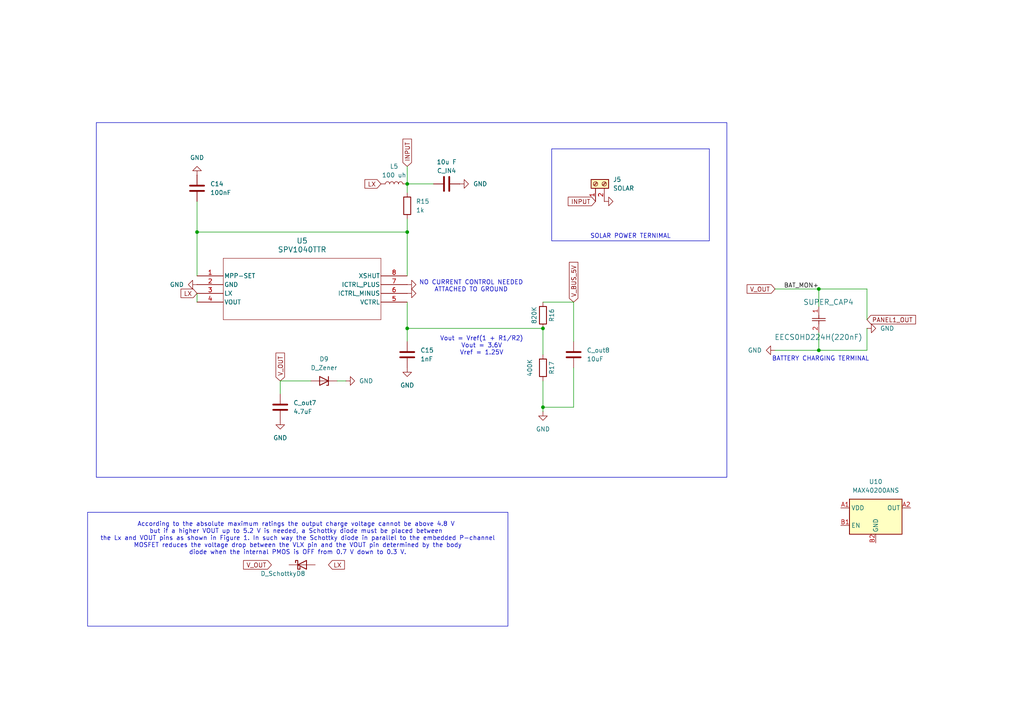
<source format=kicad_sch>
(kicad_sch (version 20231120) (generator "eeschema") (generator_version "8.0")
  (paper "A4")
  (lib_symbols
    (symbol "2024-06-07_14-27-39:SPV1040TTR" (pin_names (offset 0.254))
      (property "Reference" "U" (at 30.48 10.16 0))
      (property "Value" "SPV1040TTR" (at 30.48 7.62 0))
      (symbol "SPV1040TTR_0_1"
        (polyline (pts (xy 7.62 -12.7) (xy 53.34 -12.7)) (stroke (width 0.127)))
        (polyline (pts (xy 7.62 5.08) (xy 7.62 -12.7)) (stroke (width 0.127)))
        (polyline (pts (xy 53.34 -12.7) (xy 53.34 5.08)) (stroke (width 0.127)))
        (polyline (pts (xy 53.34 5.08) (xy 7.62 5.08)) (stroke (width 0.127)))
        (pin unspecified line (at 0 0 0) (length 7.62) (name "MPP-SET") (number "1"))
        (pin power_out line (at 0 -2.54 0) (length 7.62) (name "GND") (number "2"))
        (pin unspecified line (at 0 -5.08 0) (length 7.62) (name "LX") (number "3"))
        (pin output line (at 0 -7.62 0) (length 7.62) (name "VOUT") (number "4"))
        (pin unspecified line (at 60.96 -7.62 180) (length 7.62) (name "VCTRL") (number "5"))
        (pin unspecified line (at 60.96 -5.08 180) (length 7.62) (name "ICTRL_MINUS") (number "6"))
        (pin unspecified line (at 60.96 -2.54 180) (length 7.62) (name "ICTRL_PLUS") (number "7"))
        (pin unspecified line (at 60.96 0 180) (length 7.62) (name "XSHUT") (number "8"))
      )
    )
    (symbol "2024-06-08_06-57-05:super_capacitor" (pin_names (offset 0.254))
      (property "Reference" "SUPER_CAPACITOR" (at -1.27 10.16 90))
      (property "Value" "EECS0HD224H" (at 7.62 7.62 90))
      (symbol "super_capacitor_1_1"
        (polyline (pts (xy 2.54 0) (xy 3.4798 0)) (stroke (width 0.2032)))
        (polyline (pts (xy 3.4798 -1.905) (xy 3.4798 1.905)) (stroke (width 0.2032)))
        (polyline (pts (xy 4.1148 -1.905) (xy 4.1148 1.905)) (stroke (width 0.2032)))
        (polyline (pts (xy 4.1148 0) (xy 5.08 0)) (stroke (width 0.2032)))
        (pin passive line (at 0 0 0) (length 2.54) (name "") (number "1"))
        (pin passive line (at 7.62 0 180) (length 2.54) (name "") (number "2"))
      )
      (symbol "super_capacitor_1_2"
        (polyline (pts (xy -1.905 -4.1148) (xy 1.905 -4.1148)) (stroke (width 0.2032)))
        (polyline (pts (xy -1.905 -3.4798) (xy 1.905 -3.4798)) (stroke (width 0.2032)))
        (polyline (pts (xy 0 -4.1148) (xy 0 -5.08)) (stroke (width 0.2032)))
        (polyline (pts (xy 0 -2.54) (xy 0 -3.4798)) (stroke (width 0.2032)))
        (pin unspecified line (at 0 0 270) (length 2.54) (name "") (number "1"))
        (pin unspecified line (at 0 -7.62 90) (length 2.54) (name "") (number "2"))
      )
    )
    (symbol "Analog_Switch:MAX40200ANS"
      (property "Reference" "U" (at -6.35 6.35 0))
      (property "Value" "MAX40200ANS" (at 7.62 6.35 0))
      (symbol "MAX40200ANS_0_1"
        (rectangle (start -7.62 -5.08) (end 7.62 5.08) (stroke (width 0.254)) (fill (type background)))
      )
      (symbol "MAX40200ANS_1_1"
        (pin power_in line (at -10.16 2.54 0) (length 2.54) (name "VDD") (number "A1"))
        (pin passive line (at 10.16 2.54 180) (length 2.54) (name "OUT") (number "A2"))
        (pin input line (at -10.16 -2.54 0) (length 2.54) (name "EN") (number "B1"))
        (pin power_in line (at 0 -7.62 90) (length 2.54) (name "GND") (number "B2"))
      )
    )
    (symbol "Connector:Screw_Terminal_01x02" (pin_names (offset 1.016) hide)
      (property "Reference" "J" (at 0 2.54 0))
      (property "Value" "Screw_Terminal_01x02" (at 0 -5.08 0))
      (symbol "Screw_Terminal_01x02_1_1"
        (rectangle (start -1.27 1.27) (end 1.27 -3.81) (stroke (width 0.254)) (fill (type background)))
        (circle (center 0 -2.54) (radius 0.635) (stroke (width 0.1524)))
        (polyline (pts (xy -0.5334 -2.2098) (xy 0.3302 -3.048)) (stroke (width 0.1524)))
        (polyline (pts (xy -0.5334 0.3302) (xy 0.3302 -0.508)) (stroke (width 0.1524)))
        (polyline (pts (xy -0.3556 -2.032) (xy 0.508 -2.8702)) (stroke (width 0.1524)))
        (polyline (pts (xy -0.3556 0.508) (xy 0.508 -0.3302)) (stroke (width 0.1524)))
        (circle (center 0 0) (radius 0.635) (stroke (width 0.1524)))
        (pin passive line (at -5.08 0 0) (length 3.81) (name "Pin_1") (number "1"))
        (pin passive line (at -5.08 -2.54 0) (length 3.81) (name "Pin_2") (number "2"))
      )
    )
    (symbol "Device:C" (pin_numbers hide) (pin_names (offset 0.254))
      (property "Reference" "C" (at 0.635 2.54 0))
      (property "Value" "C" (at 0.635 -2.54 0))
      (symbol "C_0_1"
        (polyline (pts (xy -2.032 -0.762) (xy 2.032 -0.762)) (stroke (width 0.508)))
        (polyline (pts (xy -2.032 0.762) (xy 2.032 0.762)) (stroke (width 0.508)))
      )
      (symbol "C_1_1"
        (pin passive line (at 0 3.81 270) (length 2.794) (name "~") (number "1"))
        (pin passive line (at 0 -3.81 90) (length 2.794) (name "~") (number "2"))
      )
    )
    (symbol "Device:D_Schottky" (pin_numbers hide) (pin_names (offset 1.016) hide)
      (property "Reference" "D" (at 0 2.54 0))
      (property "Value" "D_Schottky" (at 0 -2.54 0))
      (symbol "D_Schottky_0_1"
        (polyline (pts (xy 1.27 0) (xy -1.27 0)))
        (polyline (pts (xy 1.27 1.27) (xy 1.27 -1.27) (xy -1.27 0) (xy 1.27 1.27)) (stroke (width 0.254)))
        (polyline (pts (xy -1.905 0.635) (xy -1.905 1.27) (xy -1.27 1.27) (xy -1.27 -1.27) (xy -0.635 -1.27) (xy -0.635 -0.635)) (stroke (width 0.254)))
      )
      (symbol "D_Schottky_1_1"
        (pin passive line (at -3.81 0 0) (length 2.54) (name "K") (number "1"))
        (pin passive line (at 3.81 0 180) (length 2.54) (name "A") (number "2"))
      )
    )
    (symbol "Device:D_Zener" (pin_numbers hide) (pin_names (offset 1.016) hide)
      (property "Reference" "D" (at 0 2.54 0))
      (property "Value" "D_Zener" (at 0 -2.54 0))
      (symbol "D_Zener_0_1"
        (polyline (pts (xy 1.27 0) (xy -1.27 0)))
        (polyline (pts (xy -1.27 -1.27) (xy -1.27 1.27) (xy -0.762 1.27)) (stroke (width 0.254)))
        (polyline (pts (xy 1.27 -1.27) (xy 1.27 1.27) (xy -1.27 0) (xy 1.27 -1.27)) (stroke (width 0.254)))
      )
      (symbol "D_Zener_1_1"
        (pin passive line (at -3.81 0 0) (length 2.54) (name "K") (number "1"))
        (pin passive line (at 3.81 0 180) (length 2.54) (name "A") (number "2"))
      )
    )
    (symbol "Device:L" (pin_numbers hide) (pin_names (offset 1.016) hide)
      (property "Reference" "L" (at -1.27 0 90))
      (property "Value" "L" (at 1.905 0 90))
      (symbol "L_0_1"
        (arc (start 0 -2.54) (mid 0.6323 -1.905) (end 0 -1.27))
        (arc (start 0 -1.27) (mid 0.6323 -0.635) (end 0 0))
        (arc (start 0 0) (mid 0.6323 0.635) (end 0 1.27))
        (arc (start 0 1.27) (mid 0.6323 1.905) (end 0 2.54))
      )
      (symbol "L_1_1"
        (pin passive line (at 0 3.81 270) (length 1.27) (name "1") (number "1"))
        (pin passive line (at 0 -3.81 90) (length 1.27) (name "2") (number "2"))
      )
    )
    (symbol "Device:R" (pin_numbers hide) (pin_names (offset 0))
      (property "Reference" "R" (at 2.032 0 90))
      (property "Value" "R" (at 0 0 90))
      (symbol "R_0_1"
        (rectangle (start -1.016 -2.54) (end 1.016 2.54) (stroke (width 0.254)))
      )
      (symbol "R_1_1"
        (pin passive line (at 0 3.81 270) (length 1.27) (name "~") (number "1"))
        (pin passive line (at 0 -3.81 90) (length 1.27) (name "~") (number "2"))
      )
    )
    (symbol "power:GND" (power) (pin_numbers hide) (pin_names (offset 0) hide)
      (property "Value" "GND" (at 0 -3.81 0))
      (symbol "GND_0_1"
        (polyline (pts (xy 0 0) (xy 0 -1.27) (xy 1.27 -1.27) (xy 0 -2.54) (xy -1.27 -1.27) (xy 0 -1.27)))
      )
      (symbol "GND_1_1"
        (pin power_in line (at 0 0 270) (length 0) (name "~") (number "1"))
      )
    )
  )
  (junction (at 237.49 83.82))
  (junction (at 237.49 101.6))
  (junction (at 157.48 118.11))
  (junction (at 118.11 67.31))
  (junction (at 57.15 67.31))
  (junction (at 157.48 95.25))
  (junction (at 118.11 53.34))
  (junction (at 118.11 95.25))
  (wire (pts (xy 81.28 110.49) (xy 81.28 114.3)))
  (wire (pts (xy 57.15 67.31) (xy 57.15 80.01)))
  (wire (pts (xy 237.49 101.6) (xy 251.46 101.6)))
  (wire (pts (xy 118.11 53.34) (xy 125.73 53.34)))
  (wire (pts (xy 251.46 83.82) (xy 251.46 92.71)))
  (wire (pts (xy 118.11 95.25) (xy 118.11 99.06)))
  (wire (pts (xy 118.11 67.31) (xy 57.15 67.31)))
  (wire (pts (xy 157.48 118.11) (xy 166.37 118.11)))
  (polyline (pts (xy 160.02 69.85) (xy 205.74 69.85)))
  (wire (pts (xy 118.11 53.34) (xy 118.11 55.88)))
  (polyline (pts (xy 205.74 69.85) (xy 205.74 43.18)))
  (wire (pts (xy 157.48 110.49) (xy 157.48 118.11)))
  (wire (pts (xy 157.48 95.25) (xy 157.48 102.87)))
  (wire (pts (xy 251.46 95.25) (xy 251.46 101.6)))
  (polyline (pts (xy 160.02 43.18) (xy 205.74 43.18)))
  (wire (pts (xy 118.11 67.31) (xy 118.11 80.01)))
  (wire (pts (xy 157.48 87.63) (xy 166.37 87.63)))
  (wire (pts (xy 237.49 88.9) (xy 237.49 83.82)))
  (polyline (pts (xy 160.02 43.18) (xy 160.02 69.85)))
  (wire (pts (xy 118.11 95.25) (xy 157.48 95.25)))
  (wire (pts (xy 97.79 110.49) (xy 100.33 110.49)))
  (wire (pts (xy 157.48 118.11) (xy 157.48 119.38)))
  (wire (pts (xy 118.11 87.63) (xy 118.11 95.25)))
  (wire (pts (xy 166.37 87.63) (xy 166.37 99.06)))
  (wire (pts (xy 57.15 58.42) (xy 57.15 67.31)))
  (wire (pts (xy 237.49 83.82) (xy 251.46 83.82)))
  (wire (pts (xy 81.28 110.49) (xy 90.17 110.49)))
  (wire (pts (xy 237.49 96.52) (xy 237.49 101.6)))
  (wire (pts (xy 57.15 85.09) (xy 57.15 87.63)))
  (wire (pts (xy 224.79 83.82) (xy 237.49 83.82)))
  (wire (pts (xy 118.11 48.26) (xy 118.11 53.34)))
  (wire (pts (xy 224.79 101.6) (xy 237.49 101.6)))
  (wire (pts (xy 118.11 63.5) (xy 118.11 67.31)))
  (wire (pts (xy 166.37 106.68) (xy 166.37 118.11)))
  (rectangle (start 25.4 148.59) (end 147.32 181.61))
  (rectangle (start 27.94 35.56) (end 210.82 138.43))
  (text "SOLAR POWER TERNIMAL\n" (at 182.88 68.58 0) (effects (font (size 1.27 1.27))))
  (text "Vout = Vref(1 + R1/R2)\nVout = 3.6V\nVref = 1.25V" (at 139.7 100.33 0) (effects (font (size 1.27 1.27))))
  (text "BATTERY CHARGING TERMINAL\n" (at 237.998 104.14 0) (effects (font (size 1.27 1.27))))
  (text "According to the absolute maximum ratings the output charge voltage cannot be above 4.8 V \nbut if a higher VOUT up to 5.2 V is needed, a Schottky diode must be placed between \nthe Lx and VOUT pins as shown in Figure 1. In such way the Schottky diode in parallel to the embedded P-channel\n MOSFET reduces the voltage drop between the VLX pin and the VOUT pin determined by the body \ndiode when the internal PMOS is OFF from 0.7 V down to 0.3 V." (at 86.36 156.21 0) (effects (font (size 1.27 1.27))))
  (text "NO CURRENT CONTROL NEEDED\nATTACHED TO GROUND\n" (at 136.652 83.058 0) (effects (font (size 1.27 1.27))))
  (label "BAT_MON+" (at 227.33 83.82 0))
  (global_label "V_OUT" (shape input) (at 81.28 110.49 90) (property "Intersheetrefs" "${INTERSHEET_REFS}" (effects (hide yes))))
  (global_label "LX" (shape input) (at 95.25 163.83 0) (property "Intersheetrefs" "${INTERSHEET_REFS}" (effects (hide yes))))
  (global_label "PANEL1_OUT" (shape input) (at 251.46 92.71 0) (property "Intersheetrefs" "${INTERSHEET_REFS}" (effects (hide yes))))
  (global_label "V_OUT" (shape input) (at 224.79 83.82 180) (property "Intersheetrefs" "${INTERSHEET_REFS}" (effects (hide yes))))
  (global_label "LX" (shape input) (at 57.15 85.09 180) (property "Intersheetrefs" "${INTERSHEET_REFS}" (effects (hide yes))))
  (global_label "INPUT" (shape input) (at 118.11 48.26 90) (property "Intersheetrefs" "${INTERSHEET_REFS}" (effects (hide yes))))
  (global_label "LX" (shape input) (at 110.49 53.34 180) (property "Intersheetrefs" "${INTERSHEET_REFS}" (effects (hide yes))))
  (global_label "INPUT" (shape input) (at 172.72 58.42 180) (property "Intersheetrefs" "${INTERSHEET_REFS}" (effects (hide yes))))
  (global_label "V_OUT" (shape input) (at 78.74 163.83 180) (property "Intersheetrefs" "${INTERSHEET_REFS}" (effects (hide yes))))
  (global_label "V_BUS_5V" (shape input) (at 166.37 87.63 90) (property "Intersheetrefs" "${INTERSHEET_REFS}" (effects (hide yes))))
  (symbol (lib_id "power:GND") (at 133.35 53.34 90) (unit 1)
    (property "Reference" "#PWR050" (effects (hide yes)))
    (property "Value" "GND" (at 137.2233 53.3399 90) (effects (justify right)))
    (property "Description" "Power symbol creates a global label with name \"GND\" , ground" (effects (hide yes)))
  )
  (symbol (lib_id "2024-06-08_06-57-05:super_capacitor") (at 237.49 88.9 270) (unit 1)
    (property "Reference" "SUPER_CAP4" (at 247.65 87.63 90) (effects (font (size 1.524 1.524)) (justify right)))
    (property "Value" "EECS0HD224H(220nF)" (at 250.19 97.79 90) (effects (font (size 1.524 1.524)) (justify right)))
    (property "Footprint" "SPV1040T:CAP_EECS0_H_PAN" (effects (hide yes)))
    (property "Datasheet" "EECS0HD224H" (effects (hide yes)))
  )
  (symbol (lib_id "power:GND") (at 118.11 82.55 90) (unit 1)
    (property "Reference" "#PWR047" (effects (hide yes)))
    (property "Value" "GND" (effects (hide yes)))
    (property "Description" "Power symbol creates a global label with name \"GND\" , ground" (effects (hide yes)))
  )
  (symbol (lib_id "Device:R") (at 157.48 91.44 180) (unit 1)
    (property "Reference" "R16" (at 160.02 91.44 90))
    (property "Value" "820K" (at 154.94 91.44 90))
    (property "Footprint" "Resistor_SMD:R_0603_1608Metric" (effects (hide yes)))
    (property "Description" "Resistor" (effects (hide yes)))
  )
  (symbol (lib_id "Device:D_Zener") (at 93.98 110.49 180) (unit 1)
    (property "Reference" "D9" (at 93.98 104.14 0))
    (property "Value" "D_Zener" (at 93.98 106.68 0))
    (property "Footprint" "Diode_SMD:D_1210_3225Metric" (effects (hide yes)))
    (property "Description" "Zener diode" (effects (hide yes)))
  )
  (symbol (lib_id "Device:D_Schottky") (at 87.63 163.83 0) (unit 1)
    (property "Reference" "D8" (at 88.5826 166.37 0) (effects (justify right)))
    (property "Value" "D_Schottky" (at 86.0426 166.37 0) (effects (justify right)))
    (property "Description" "Schottky diode" (effects (hide yes)))
  )
  (symbol (lib_id "power:GND") (at 251.46 95.25 90) (unit 1)
    (property "Reference" "#PWR054" (effects (hide yes)))
    (property "Value" "GND" (at 255.27 95.2499 90) (effects (justify right)))
    (property "Description" "Power symbol creates a global label with name \"GND\" , ground" (effects (hide yes)))
  )
  (symbol (lib_id "power:GND") (at 157.48 119.38 0) (unit 1)
    (property "Reference" "#PWR051" (effects (hide yes)))
    (property "Value" "GND" (at 157.48 124.46 0))
    (property "Description" "Power symbol creates a global label with name \"GND\" , ground" (effects (hide yes)))
  )
  (symbol (lib_id "power:GND") (at 57.15 82.55 270) (unit 1)
    (property "Reference" "#PWR044" (effects (hide yes)))
    (property "Value" "GND" (at 53.34 82.5499 90) (effects (justify right)))
    (property "Description" "Power symbol creates a global label with name \"GND\" , ground" (effects (hide yes)))
  )
  (symbol (lib_id "Analog_Switch:MAX40200ANS") (at 254 149.86 0) (unit 1)
    (property "Reference" "U10" (at 254 139.7 0))
    (property "Value" "MAX40200ANS" (at 254 142.24 0))
    (property "Footprint" "Package_TO_SOT_SMD:SOT-23-5" (effects (hide yes)))
    (property "Datasheet" "https://datasheets.maximintegrated.com/en/ds/MAX40200.pdf" (effects (hide yes)))
    (property "Description" "Ideal Diode, Ultra-Low Voltage Drop, 1.5-5.5V, 1A, WLP-4" (effects (hide yes)))
  )
  (symbol (lib_id "power:GND") (at 118.11 106.68 0) (unit 1)
    (property "Reference" "#PWR049" (effects (hide yes)))
    (property "Value" "GND" (at 118.11 111.76 0))
    (property "Description" "Power symbol creates a global label with name \"GND\" , ground" (effects (hide yes)))
  )
  (symbol (lib_id "power:GND") (at 57.15 50.8 180) (unit 1)
    (property "Reference" "#PWR043" (effects (hide yes)))
    (property "Value" "GND" (at 57.15 45.72 0))
    (property "Description" "Power symbol creates a global label with name \"GND\" , ground" (effects (hide yes)))
  )
  (symbol (lib_id "Device:R") (at 118.11 59.69 0) (unit 1)
    (property "Reference" "R15" (at 120.65 58.4199 0) (effects (justify left)))
    (property "Value" "1k" (at 120.65 60.9599 0) (effects (justify left)))
    (property "Footprint" "Resistor_SMD:R_0603_1608Metric" (effects (hide yes)))
    (property "Description" "Resistor" (effects (hide yes)))
  )
  (symbol (lib_id "Connector:Screw_Terminal_01x02") (at 172.72 53.34 90) (unit 1)
    (property "Reference" "J5" (at 177.8 52.0699 90) (effects (justify right)))
    (property "Value" "SOLAR" (at 177.8 54.6099 90) (effects (justify right)))
    (property "Footprint" "TerminalBlock_Phoenix:TerminalBlock_Phoenix_PT-1,5-2-5.0-H_1x02_P5.00mm_Horizontal" (effects (hide yes)))
    (property "Description" "Generic screw terminal, single row, 01x02, script generated (kicad-library-utils/schlib/autogen/connector/)" (effects (hide yes)))
  )
  (symbol (lib_id "power:GND") (at 175.26 58.42 90) (unit 1)
    (property "Reference" "#PWR052" (effects (hide yes)))
    (property "Value" "GND" (effects (hide yes)))
    (property "Description" "Power symbol creates a global label with name \"GND\" , ground" (effects (hide yes)))
  )
  (symbol (lib_id "2024-06-07_14-27-39:SPV1040TTR") (at 57.15 80.01 0) (unit 1)
    (property "Reference" "U5" (at 87.63 69.85 0) (effects (font (size 1.524 1.524))))
    (property "Value" "SPV1040TTR" (at 87.63 72.39 0) (effects (font (size 1.524 1.524))))
    (property "Footprint" "SPV1040:SOP65P640X120-8N" (effects (hide yes)))
    (property "Datasheet" "SPV1040TTR" (effects (hide yes)))
  )
  (symbol (lib_id "Device:R") (at 157.48 106.68 180) (unit 1)
    (property "Reference" "R17" (at 160.02 106.68 90))
    (property "Value" "400K" (at 153.67 106.68 90))
    (property "Footprint" "Resistor_SMD:R_0603_1608Metric" (effects (hide yes)))
    (property "Description" "Resistor" (effects (hide yes)))
  )
  (symbol (lib_id "power:GND") (at 100.33 110.49 90) (unit 1)
    (property "Reference" "#PWR046" (effects (hide yes)))
    (property "Value" "GND" (at 104.14 110.4899 90) (effects (justify right)))
    (property "Description" "Power symbol creates a global label with name \"GND\" , ground" (effects (hide yes)))
  )
  (symbol (lib_id "Device:C") (at 81.28 118.11 180) (unit 1)
    (property "Reference" "C_out7" (at 85.09 116.8399 0) (effects (justify right)))
    (property "Value" "4.7uF" (at 85.09 119.3799 0) (effects (justify right)))
    (property "Footprint" "Capacitor_SMD:C_0603_1608Metric" (effects (hide yes)))
    (property "Description" "Unpolarized capacitor" (effects (hide yes)))
  )
  (symbol (lib_id "power:GND") (at 81.28 121.92 0) (unit 1)
    (property "Reference" "#PWR045" (effects (hide yes)))
    (property "Value" "GND" (at 81.28 127 0))
    (property "Description" "Power symbol creates a global label with name \"GND\" , ground" (effects (hide yes)))
  )
  (symbol (lib_id "power:GND") (at 118.11 85.09 90) (unit 1)
    (property "Reference" "#PWR048" (effects (hide yes)))
    (property "Value" "GND" (effects (hide yes)))
    (property "Description" "Power symbol creates a global label with name \"GND\" , ground" (effects (hide yes)))
  )
  (symbol (lib_id "power:GND") (at 224.79 101.6 270) (unit 1)
    (property "Reference" "#PWR053" (effects (hide yes)))
    (property "Value" "GND" (at 220.98 101.5999 90) (effects (justify right)))
    (property "Description" "Power symbol creates a global label with name \"GND\" , ground" (effects (hide yes)))
  )
  (symbol (lib_id "Device:C") (at 166.37 102.87 0) (unit 1)
    (property "Reference" "C_out8" (at 170.18 101.5999 0) (effects (justify left)))
    (property "Value" "10uF" (at 170.18 104.1399 0) (effects (justify left)))
    (property "Footprint" "Capacitor_SMD:C_0603_1608Metric" (effects (hide yes)))
    (property "Description" "Unpolarized capacitor" (effects (hide yes)))
  )
  (symbol (lib_id "Device:C") (at 57.15 54.61 0) (unit 1)
    (property "Reference" "C14" (at 60.96 53.3399 0) (effects (justify left)))
    (property "Value" "100nF" (at 60.96 55.8799 0) (effects (justify left)))
    (property "Footprint" "Capacitor_SMD:C_0603_1608Metric" (effects (hide yes)))
    (property "Description" "Unpolarized capacitor" (effects (hide yes)))
  )
  (symbol (lib_id "Device:L") (at 114.3 53.34 90) (unit 1)
    (property "Reference" "L5" (at 114.3 48.26 90))
    (property "Value" "100 uh" (at 114.3 50.8 90))
    (property "Footprint" "Inductor_SMD:L_Coilcraft_XAL6060-XXX" (effects (hide yes)))
    (property "Description" "Inductor" (effects (hide yes)))
  )
  (symbol (lib_id "Device:C") (at 129.54 53.34 90) (unit 1)
    (property "Reference" "C_IN4" (at 129.54 49.53 90))
    (property "Value" "10u F" (at 129.54 46.99 90))
    (property "Footprint" "Capacitor_SMD:C_0603_1608Metric" (effects (hide yes)))
    (property "Description" "Unpolarized capacitor" (effects (hide yes)))
  )
  (symbol (lib_id "Device:C") (at 118.11 102.87 0) (unit 1)
    (property "Reference" "C15" (at 121.92 101.5999 0) (effects (justify left)))
    (property "Value" "1nF" (at 121.92 104.1399 0) (effects (justify left)))
    (property "Footprint" "Capacitor_SMD:C_0603_1608Metric" (effects (hide yes)))
    (property "Description" "Unpolarized capacitor" (effects (hide yes)))
  )
)
</source>
